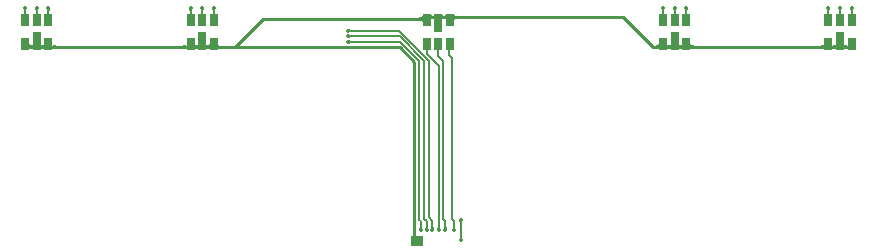
<source format=gtl>
%FSTAX25Y25*%
%MOIN*%
%SFA1B1*%

%IPPOS*%
%ADD10C,0.010000*%
%ADD11R,0.028540X0.039370*%
%ADD12R,0.025590X0.039370*%
%ADD13R,0.025590X0.059060*%
%ADD18C,0.006000*%
%ADD19C,0.005000*%
%ADD20C,0.004000*%
%ADD21C,0.014000*%
%LNgel_flex-1*%
%LPD*%
G36*
X0148095Y0123604D02*
X0148052Y0123531D01*
X0148013Y0123453*
X014798Y0123369*
X0147952Y0123281*
X0147929Y0123188*
X0147912Y012309*
X0147899Y0122988*
X0147891Y012288*
X0147889Y0122767*
X0147289*
X0147286Y012288*
X0147266Y012309*
X0147248Y0123188*
X0147225Y0123281*
X0147197Y0123369*
X0147164Y0123453*
X0147126Y0123531*
X0147082Y0123604*
X0147034Y0123673*
X0148143*
X0148095Y0123604*
G37*
G36*
X0144207D02*
X0144164Y0123531D01*
X0144126Y0123453*
X0144093Y0123369*
X0144064Y0123281*
X0144042Y0123188*
X0144024Y012309*
X0144011Y0122988*
X0144003Y012288*
X0144001Y0122767*
X0143401*
X0143398Y012288*
X0143378Y012309*
X014336Y0123188*
X0143337Y0123281*
X0143309Y0123369*
X0143276Y0123453*
X0143238Y0123531*
X0143194Y0123604*
X0143146Y0123673*
X0144255*
X0144207Y0123604*
G37*
G36*
X0140319D02*
X0140276Y0123531D01*
X0140238Y0123453*
X0140205Y0123369*
X0140177Y0123281*
X0140154Y0123188*
X0140136Y012309*
X0140123Y0122988*
X0140115Y012288*
X0140113Y0122767*
X0139513*
X013951Y012288*
X013949Y012309*
X0139472Y0123188*
X0139449Y0123281*
X0139421Y0123369*
X0139388Y0123453*
X013935Y0123531*
X0139307Y0123604*
X0139258Y0123673*
X0140368*
X0140319Y0123604*
G37*
G36*
X0092977D02*
X0092933Y0123531D01*
X0092895Y0123453*
X0092862Y0123369*
X0092834Y0123281*
X0092811Y0123188*
X0092793Y012309*
X0092781Y0122988*
X0092773Y012288*
X009277Y0122767*
X0092171*
X0092168Y012288*
X0092148Y012309*
X009213Y0123188*
X0092107Y0123281*
X0092079Y0123369*
X0092046Y0123453*
X0092007Y0123531*
X0091964Y0123604*
X0091916Y0123673*
X0093025*
X0092977Y0123604*
G37*
G36*
X0089089D02*
X0089046Y0123531D01*
X0089008Y0123453*
X0088974Y0123369*
X0088946Y0123281*
X0088923Y0123188*
X0088906Y012309*
X0088893Y0122988*
X0088885Y012288*
X0088883Y0122767*
X0088283*
X008828Y012288*
X008826Y012309*
X0088242Y0123188*
X0088219Y0123281*
X0088191Y0123369*
X0088158Y0123453*
X008812Y0123531*
X0088076Y0123604*
X0088028Y0123673*
X0089137*
X0089089Y0123604*
G37*
G36*
X0085201D02*
X0085158Y0123531D01*
X008512Y0123453*
X0085087Y0123369*
X0085059Y0123281*
X0085036Y0123188*
X0085018Y012309*
X0085005Y0122988*
X0084997Y012288*
X0084995Y0122767*
X0084395*
X0084392Y012288*
X0084372Y012309*
X0084354Y0123188*
X0084331Y0123281*
X0084303Y0123369*
X008427Y0123453*
X0084232Y0123531*
X0084189Y0123604*
X008414Y0123673*
X008525*
X0085201Y0123604*
G37*
G36*
X-0064511D02*
X-0064554Y0123531D01*
X-0064592Y0123453*
X-0064625Y0123369*
X-0064653Y0123281*
X-0064676Y0123188*
X-0064694Y012309*
X-0064707Y0122988*
X-0064714Y012288*
X-0064717Y0122767*
X-0065317*
X-006532Y012288*
X-006534Y012309*
X-0065358Y0123188*
X-0065381Y0123281*
X-0065409Y0123369*
X-0065442Y0123453*
X-006548Y0123531*
X-0065523Y0123604*
X-0065572Y0123673*
X-0064462*
X-0064511Y0123604*
G37*
G36*
X-0068343Y0123673D02*
X-0068391Y0123604D01*
X-0068435Y0123531*
X-0068473Y0123452*
X-0068506Y0123369*
X-0068534Y0123281*
X-0068557Y0123188*
X-0068575Y012309*
X-0068587Y0122988*
X-0068595Y012288*
X-0068598Y0122767*
X-0069198Y0122768*
X-00692Y012288*
X-0069221Y012309*
X-0069238Y0123188*
X-0069261Y0123281*
X-0069289Y0123369*
X-0069322Y0123453*
X-0069361Y0123531*
X-0069404Y0123604*
X-0069452Y0123673*
X-0068343*
G37*
G36*
X-0072279Y0123604D02*
X-0072322Y0123531D01*
X-0072361Y0123453*
X-0072394Y0123369*
X-0072422Y0123281*
X-0072445Y0123188*
X-0072462Y012309*
X-0072475Y0122988*
X-0072483Y012288*
X-0072485Y0122767*
X-0073085*
X-0073088Y012288*
X-0073108Y012309*
X-0073126Y0123188*
X-0073149Y0123281*
X-0073177Y0123369*
X-007321Y0123453*
X-0073248Y0123531*
X-0073292Y0123604*
X-007334Y0123673*
X-0072231*
X-0072279Y0123604*
G37*
G36*
X-0119622D02*
X-0119665Y0123531D01*
X-0119703Y0123453*
X-0119736Y0123369*
X-0119764Y0123281*
X-0119787Y0123188*
X-0119805Y012309*
X-0119818Y0122988*
X-0119825Y012288*
X-0119828Y0122767*
X-0120428*
X-0120431Y012288*
X-0120451Y012309*
X-0120469Y0123188*
X-0120492Y0123281*
X-012052Y0123369*
X-0120553Y0123453*
X-0120591Y0123531*
X-0120634Y0123604*
X-0120683Y0123673*
X-0119573*
X-0119622Y0123604*
G37*
G36*
X-012351D02*
X-0123553Y0123531D01*
X-0123591Y0123453*
X-0123624Y0123369*
X-0123652Y0123281*
X-0123675Y0123188*
X-0123693Y012309*
X-0123706Y0122988*
X-0123713Y012288*
X-0123716Y0122767*
X-0124316*
X-0124318Y012288*
X-0124339Y012309*
X-0124356Y0123188*
X-0124379Y0123281*
X-0124407Y0123369*
X-0124441Y0123453*
X-0124479Y0123531*
X-0124522Y0123604*
X-012457Y0123673*
X-0123461*
X-012351Y0123604*
G37*
G36*
X-0127425Y0123628D02*
X-0127463Y0123558D01*
X-0127496Y0123483*
X-0127524Y0123401*
X-0127549Y0123314*
X-0127568Y0123221*
X-0127584Y0123123*
X-0127601Y0122909*
X-0127603Y0122793*
X-0128203Y0122747*
X-0128206Y0122856*
X-0128215Y0122961*
X-0128229Y0123063*
X-012825Y012316*
X-0128276Y0123253*
X-0128307Y0123341*
X-0128345Y0123426*
X-0128388Y0123506*
X-0128437Y0123582*
X-0128492Y0123654*
X-0127383Y0123693*
X-0127425Y0123628*
G37*
G36*
X0147892Y0122424D02*
X0147901Y0122322D01*
X0147916Y0122232*
X0147937Y0122154*
X0147964Y0122088*
X0147997Y0122034*
X0148036Y0121992*
X0148081Y0121962*
X0148132Y0121944*
X0148189Y0121938*
X0146989*
X0147046Y0121944*
X0147097Y0121962*
X0147142Y0121992*
X0147181Y0122034*
X0147214Y0122088*
X0147241Y0122154*
X0147262Y0122232*
X0147277Y0122322*
X0147286Y0122424*
X0147289Y0122538*
X0147889*
X0147892Y0122424*
G37*
G36*
X0144004D02*
X0144013Y0122322D01*
X0144028Y0122232*
X0144049Y0122154*
X0144076Y0122088*
X0144109Y0122034*
X0144148Y0121992*
X0144193Y0121962*
X0144244Y0121944*
X0144301Y0121938*
X0143101*
X0143158Y0121944*
X0143209Y0121962*
X0143254Y0121992*
X0143293Y0122034*
X0143326Y0122088*
X0143353Y0122154*
X0143374Y0122232*
X0143389Y0122322*
X0143398Y0122424*
X0143401Y0122538*
X0144001*
X0144004Y0122424*
G37*
G36*
X0140116D02*
X0140125Y0122322D01*
X014014Y0122232*
X0140161Y0122154*
X0140188Y0122088*
X0140221Y0122034*
X014026Y0121992*
X0140305Y0121962*
X0140356Y0121944*
X0140413Y0121938*
X0139213*
X013927Y0121944*
X0139321Y0121962*
X0139366Y0121992*
X0139405Y0122034*
X0139438Y0122088*
X0139465Y0122154*
X0139486Y0122232*
X0139501Y0122322*
X013951Y0122424*
X0139513Y0122538*
X0140113*
X0140116Y0122424*
G37*
G36*
X0092773Y0122423D02*
X0092782Y0122321D01*
X0092797Y0122231*
X0092818Y0122153*
X0092845Y0122087*
X0092879Y0122033*
X0092918Y0121991*
X0092962Y0121961*
X0093014Y0121943*
X0093071Y0121937*
X009187*
X0091927Y0121943*
X0091979Y0121961*
X0092023Y0121991*
X0092062Y0122033*
X0092096Y0122087*
X0092123Y0122153*
X0092143Y0122231*
X0092159Y0122321*
X0092168Y0122423*
X0092171Y0122537*
X009277*
X0092773Y0122423*
G37*
G36*
X0088886D02*
X0088895Y0122321D01*
X008891Y0122231*
X0088931Y0122153*
X0088958Y0122087*
X0088991Y0122033*
X008903Y0121991*
X0089075Y0121961*
X0089126Y0121943*
X0089183Y0121937*
X0087983*
X008804Y0121943*
X0088091Y0121961*
X0088136Y0121991*
X0088175Y0122033*
X0088208Y0122087*
X0088235Y0122153*
X0088256Y0122231*
X0088271Y0122321*
X008828Y0122423*
X0088283Y0122537*
X0088883*
X0088886Y0122423*
G37*
G36*
X0084998D02*
X0085007Y0122321D01*
X0085022Y0122231*
X0085043Y0122153*
X008507Y0122087*
X0085103Y0122033*
X0085142Y0121991*
X0085187Y0121961*
X0085238Y0121943*
X0085295Y0121937*
X0084095*
X0084152Y0121943*
X0084203Y0121961*
X0084248Y0121991*
X0084287Y0122033*
X008432Y0122087*
X0084347Y0122153*
X0084368Y0122231*
X0084383Y0122321*
X0084392Y0122423*
X0084395Y0122537*
X0084995*
X0084998Y0122423*
G37*
G36*
X-0064714D02*
X-0064705Y0122321D01*
X-006469Y0122231*
X-0064669Y0122153*
X-0064642Y0122087*
X-0064609Y0122033*
X-006457Y0121991*
X-0064525Y0121961*
X-0064474Y0121943*
X-0064417Y0121937*
X-0065617*
X-006556Y0121943*
X-0065509Y0121961*
X-0065464Y0121991*
X-0065425Y0122033*
X-0065392Y0122087*
X-0065365Y0122153*
X-0065344Y0122231*
X-0065329Y0122321*
X-006532Y0122423*
X-0065317Y0122537*
X-0064717*
X-0064714Y0122423*
G37*
G36*
X-0068595D02*
X-0068586Y0122321D01*
X-0068571Y0122231*
X-006855Y0122153*
X-0068523Y0122087*
X-006849Y0122033*
X-0068451Y0121991*
X-0068406Y0121961*
X-0068355Y0121943*
X-0068298Y0121937*
X-0069498*
X-0069441Y0121943*
X-006939Y0121961*
X-0069345Y0121991*
X-0069306Y0122033*
X-0069273Y0122087*
X-0069246Y0122153*
X-0069225Y0122231*
X-006921Y0122321*
X-0069201Y0122423*
X-0069198Y0122537*
X-0068598*
X-0068595Y0122423*
G37*
G36*
X-0072482D02*
X-0072473Y0122321D01*
X-0072458Y0122231*
X-0072437Y0122153*
X-007241Y0122087*
X-0072377Y0122033*
X-0072338Y0121991*
X-0072293Y0121961*
X-0072242Y0121943*
X-0072185Y0121937*
X-0073385*
X-0073328Y0121943*
X-0073277Y0121961*
X-0073232Y0121991*
X-0073193Y0122033*
X-007316Y0122087*
X-0073133Y0122153*
X-0073112Y0122231*
X-0073097Y0122321*
X-0073088Y0122423*
X-0073085Y0122537*
X-0072485*
X-0072482Y0122423*
G37*
G36*
X-0119825D02*
X-0119816Y0122321D01*
X-0119801Y0122231*
X-011978Y0122153*
X-0119753Y0122087*
X-011972Y0122033*
X-0119681Y0121991*
X-0119636Y0121961*
X-0119585Y0121943*
X-0119528Y0121937*
X-0120728*
X-0120671Y0121943*
X-012062Y0121961*
X-0120575Y0121991*
X-0120536Y0122033*
X-0120503Y0122087*
X-0120476Y0122153*
X-0120455Y0122231*
X-012044Y0122321*
X-0120431Y0122423*
X-0120428Y0122537*
X-0119828*
X-0119825Y0122423*
G37*
G36*
X-0123713D02*
X-0123704Y0122321D01*
X-0123689Y0122231*
X-0123668Y0122153*
X-0123641Y0122087*
X-0123608Y0122033*
X-0123569Y0121991*
X-0123524Y0121961*
X-0123473Y0121943*
X-0123416Y0121937*
X-0124616*
X-0124559Y0121943*
X-0124508Y0121961*
X-0124463Y0121991*
X-0124424Y0122033*
X-0124391Y0122087*
X-0124364Y0122153*
X-0124343Y0122231*
X-0124328Y0122321*
X-0124319Y0122423*
X-0124316Y0122537*
X-0123716*
X-0123713Y0122423*
G37*
G36*
X-0127601D02*
X-0127592Y0122321D01*
X-0127576Y0122231*
X-0127556Y0122153*
X-0127529Y0122087*
X-0127496Y0122033*
X-0127456Y0121991*
X-0127412Y0121961*
X-012736Y0121943*
X-0127304Y0121937*
X-0128504*
X-0128447Y0121943*
X-0128396Y0121961*
X-012835Y0121991*
X-0128312Y0122033*
X-0128279Y0122087*
X-0128252Y0122153*
X-0128231Y0122231*
X-0128216Y0122321*
X-0128207Y0122423*
X-0128203Y0122537*
X-0127603*
X-0127601Y0122423*
G37*
G36*
X0012327Y0119965D02*
X0012316Y012006D01*
X0012286Y0120145*
X0012235Y012022*
X0012164Y0120285*
X0012073Y012034*
X0011961Y0120385*
X001183Y012042*
X0011713Y0120439*
X0011595Y012042*
X0011464Y0120385*
X0011353Y012034*
X0011261Y0120285*
X001119Y012022*
X001114Y0120145*
X0011109Y012006*
X0011098Y0119965*
X001111Y0121937*
X001112Y0121847*
X001115Y0121767*
X00112Y0121696*
X001127Y0121635*
X001136Y0121583*
X001147Y012154*
X00116Y0121507*
X0011713Y0121489*
X0011825Y0121507*
X0011955Y012154*
X0012065Y0121583*
X0012155Y0121635*
X0012225Y0121696*
X0012275Y0121767*
X0012305Y0121847*
X0012315Y0121937*
X0012327Y0119965*
G37*
G36*
X0008587D02*
X0008576Y012006D01*
X0008546Y0120145*
X0008495Y012022*
X0008424Y0120285*
X0008332Y012034*
X0008221Y0120385*
X000809Y012042*
X0007972Y0120439*
X0007855Y012042*
X0007724Y0120385*
X0007612Y012034*
X0007521Y0120285*
X000745Y012022*
X0007399Y0120145*
X0007369Y012006*
X0007358Y0119965*
X000737Y0121937*
X000738Y0121847*
X000741Y0121767*
X000746Y0121696*
X000753Y0121635*
X000762Y0121583*
X000773Y012154*
X000786Y0121507*
X0007972Y0121489*
X0008085Y0121507*
X0008215Y012154*
X0008325Y0121583*
X0008415Y0121635*
X0008485Y0121696*
X0008535Y0121767*
X0008565Y0121847*
X0008575Y0121937*
X0008587Y0119965*
G37*
G36*
X0015156Y0121847D02*
X0015186Y0121767D01*
X0015236Y0121696*
X0015305Y0121635*
X0015395Y0121583*
X0015506Y012154*
X0015635Y0121507*
X0015786Y0121484*
X0015956Y0121469*
X0016146Y0121465*
Y0120465*
X0015954Y012046*
X0015782Y0120445*
X0015631Y012042*
X0015499Y0120385*
X0015388Y012034*
X0015297Y0120285*
X0015226Y012022*
X0015175Y0120145*
X0015144Y012006*
X0015134Y0119965*
X0015146Y0121937*
X0015156Y0121847*
G37*
G36*
X0004552Y0119472D02*
X0004541Y0119567D01*
X0004511Y0119652*
X0004461Y0119727*
X000439Y0119792*
X0004299Y0119847*
X0004187Y0119892*
X0004056Y0119927*
X0003904Y0119952*
X0003732Y0119967*
X000354Y0119972*
Y0120972*
X0003732Y0120977*
X0003904Y0120992*
X0004056Y0121017*
X0004187Y0121052*
X0004299Y0121097*
X000439Y0121152*
X0004461Y0121217*
X0004511Y0121292*
X0004541Y0121377*
X0004552Y0121472*
Y0119472*
G37*
G36*
X-0019781Y0116943D02*
X-0019707Y01169D01*
X-0019629Y0116862*
X-0019546Y0116829*
X-0019458Y0116801*
X-0019365Y0116778*
X-0019267Y011676*
X-0019164Y0116747*
X-0019057Y011674*
X-0018944Y0116737*
Y0116137*
X-0019057Y0116135*
X-0019267Y0116114*
X-0019365Y0116096*
X-0019458Y0116073*
X-0019546Y0116045*
X-0019629Y0116012*
X-0019707Y0115974*
X-0019781Y0115931*
X-001985Y0115882*
Y0116992*
X-0019781Y0116943*
G37*
G36*
Y0115079D02*
X-0019707Y0115035D01*
X-0019629Y0114997*
X-0019546Y0114964*
X-0019458Y0114936*
X-0019365Y0114913*
X-0019267Y0114895*
X-0019164Y0114883*
X-0019057Y0114875*
X-0018944Y0114873*
Y0114272*
X-0019057Y011427*
X-0019267Y011425*
X-0019365Y0114232*
X-0019458Y0114209*
X-0019546Y0114181*
X-0019629Y0114148*
X-0019707Y011411*
X-0019781Y0114066*
X-001985Y0114018*
Y0115127*
X-0019781Y0115079*
G37*
G36*
Y0113209D02*
X-0019707Y0113165D01*
X-0019629Y0113127*
X-0019546Y0113094*
X-0019458Y0113066*
X-0019365Y0113043*
X-0019267Y0113025*
X-0019164Y0113013*
X-0019057Y0113005*
X-0018944Y0113002*
Y0112402*
X-0019057Y01124*
X-0019267Y0112379*
X-0019365Y0112362*
X-0019458Y0112339*
X-0019546Y0112311*
X-0019629Y0112278*
X-0019707Y0112239*
X-0019781Y0112196*
X-001985Y0112148*
Y0113257*
X-0019781Y0113209*
G37*
G36*
X0142433Y0110151D02*
X0142423Y011024D01*
X0142393Y0110321*
X0142343Y0110391*
X0142273Y0110453*
X0142183Y0110505*
X0142073Y0110547*
X0141943Y011058*
X0141831Y0110598*
X0141718Y011058*
X0141588Y0110547*
X0141478Y0110505*
X0141388Y0110453*
X0141318Y0110391*
X0141268Y0110321*
X0141238Y011024*
X0141228Y0110151*
X0141216Y0112123*
X0141227Y0112028*
X0141258Y0111943*
X0141308Y0111868*
X0141379Y0111803*
X0141471Y0111748*
X0141582Y0111703*
X0141713Y0111668*
X0141831Y0111649*
X0141948Y0111668*
X0142079Y0111703*
X0142191Y0111748*
X0142282Y0111803*
X0142353Y0111868*
X0142404Y0111943*
X0142435Y0112028*
X0142445Y0112123*
X0142433Y0110151*
G37*
G36*
X0146173D02*
X0146163Y011024D01*
X0146133Y0110321*
X0146083Y0110391*
X0146013Y0110453*
X0145923Y0110505*
X0145813Y0110547*
X0145683Y011058*
X0145571Y0110598*
X0145458Y011058*
X0145328Y0110547*
X0145218Y0110505*
X0145128Y0110453*
X0145058Y0110391*
X0145008Y0110321*
X0144978Y011024*
X0144968Y0110151*
X0144956Y0112123*
X0144967Y0112028*
X0144998Y0111943*
X0145049Y0111868*
X014512Y0111803*
X0145211Y0111748*
X0145322Y0111703*
X0145454Y0111668*
X0145571Y0111649*
X0145688Y0111668*
X014582Y0111703*
X0145931Y0111748*
X0146022Y0111803*
X0146093Y0111868*
X0146144Y0111943*
X0146175Y0112028*
X0146185Y0112123*
X0146173Y0110151*
G37*
G36*
X0087315Y011015D02*
X0087305Y011024D01*
X0087275Y011032*
X0087225Y0110391*
X0087155Y0110452*
X0087065Y0110504*
X0086955Y0110547*
X0086825Y011058*
X0086713Y0110597*
X00866Y011058*
X008647Y0110547*
X008636Y0110504*
X008627Y0110452*
X00862Y0110391*
X008615Y011032*
X008612Y011024*
X008611Y011015*
X0086098Y0112122*
X0086109Y0112027*
X008614Y0111942*
X008619Y0111867*
X0086261Y0111802*
X0086353Y0111747*
X0086464Y0111702*
X0086595Y0111667*
X0086713Y0111648*
X008683Y0111667*
X0086961Y0111702*
X0087073Y0111747*
X0087164Y0111802*
X0087235Y0111867*
X0087286Y0111942*
X0087317Y0112027*
X0087327Y0112122*
X0087315Y011015*
G37*
G36*
X-0070165D02*
X-0070175Y011024D01*
X-0070205Y011032*
X-0070255Y0110391*
X-0070325Y0110452*
X-0070415Y0110504*
X-0070525Y0110547*
X-0070655Y011058*
X-0070768Y0110597*
X-007088Y011058*
X-007101Y0110547*
X-007112Y0110504*
X-007121Y0110452*
X-007128Y0110391*
X-007133Y011032*
X-007136Y011024*
X-007137Y011015*
X-0071382Y0112122*
X-0071372Y0112027*
X-0071341Y0111942*
X-007129Y0111867*
X-0071219Y0111802*
X-0071128Y0111747*
X-0071017Y0111702*
X-0070885Y0111667*
X-0070768Y0111648*
X-007065Y0111667*
X-0070519Y0111702*
X-0070408Y0111747*
X-0070317Y0111802*
X-0070245Y0111867*
X-0070195Y0111942*
X-0070164Y0112027*
X-0070153Y0112122*
X-0070165Y011015*
G37*
G36*
X-0125283D02*
X-0125293Y011024D01*
X-0125323Y011032*
X-0125373Y0110391*
X-0125443Y0110452*
X-0125533Y0110504*
X-0125643Y0110547*
X-0125773Y011058*
X-0125886Y0110597*
X-0125998Y011058*
X-0126128Y0110547*
X-0126238Y0110504*
X-0126328Y0110452*
X-0126398Y0110391*
X-0126448Y011032*
X-0126478Y011024*
X-0126488Y011015*
X-01265Y0112122*
X-012649Y0112027*
X-0126459Y0111942*
X-0126408Y0111867*
X-0126337Y0111802*
X-0126246Y0111747*
X-0126135Y0111702*
X-0126003Y0111667*
X-0125886Y0111648*
X-0125768Y0111667*
X-0125637Y0111702*
X-0125526Y0111747*
X-0125435Y0111802*
X-0125364Y0111867*
X-0125313Y0111942*
X-0125282Y0112027*
X-0125271Y0112122*
X-0125283Y011015*
G37*
G36*
X0091055D02*
X0091045Y011024D01*
X0091015Y011032*
X0090965Y0110391*
X0090895Y0110452*
X0090805Y0110504*
X0090695Y0110547*
X0090565Y011058*
X0090453Y0110597*
X009034Y011058*
X009021Y0110547*
X00901Y0110504*
X009001Y0110452*
X008994Y0110391*
X008989Y011032*
X008986Y011024*
X008985Y011015*
X0089838Y0112122*
X0089849Y0112027*
X008988Y0111942*
X0089931Y0111867*
X0090002Y0111802*
X0090093Y0111747*
X0090204Y0111702*
X0090335Y0111667*
X0090453Y0111648*
X009057Y0111667*
X0090702Y0111702*
X0090813Y0111747*
X0090904Y0111802*
X0090975Y0111867*
X0091026Y0111942*
X0091057Y0112027*
X0091067Y0112122*
X0091055Y011015*
G37*
G36*
X-0066425D02*
X-0066435Y011024D01*
X-0066465Y011032*
X-0066515Y0110391*
X-0066585Y0110452*
X-0066675Y0110504*
X-0066785Y0110547*
X-0066915Y011058*
X-0067028Y0110597*
X-006714Y011058*
X-006727Y0110547*
X-006738Y0110504*
X-006747Y0110452*
X-006754Y0110391*
X-006759Y011032*
X-006762Y011024*
X-006763Y011015*
X-0067642Y0112122*
X-0067631Y0112027*
X-0067601Y0111942*
X-006755Y0111867*
X-0067479Y0111802*
X-0067388Y0111747*
X-0067276Y0111702*
X-0067145Y0111667*
X-0067028Y0111648*
X-006691Y0111667*
X-0066779Y0111702*
X-0066667Y0111747*
X-0066576Y0111802*
X-0066505Y0111867*
X-0066454Y0111942*
X-0066424Y0112027*
X-0066413Y0112122*
X-0066425Y011015*
G37*
G36*
X-0121543D02*
X-0121553Y011024D01*
X-0121583Y011032*
X-0121633Y0110391*
X-0121703Y0110452*
X-0121793Y0110504*
X-0121903Y0110547*
X-0122033Y011058*
X-0122146Y0110597*
X-0122258Y011058*
X-0122388Y0110547*
X-0122498Y0110504*
X-0122588Y0110452*
X-0122658Y0110391*
X-0122708Y011032*
X-0122738Y011024*
X-0122748Y011015*
X-012276Y0112122*
X-012275Y0112027*
X-0122719Y0111942*
X-0122668Y0111867*
X-0122597Y0111802*
X-0122506Y0111747*
X-0122395Y0111702*
X-0122263Y0111667*
X-0122146Y0111648*
X-0122028Y0111667*
X-0121897Y0111702*
X-0121786Y0111747*
X-0121695Y0111802*
X-0121624Y0111867*
X-0121573Y0111942*
X-0121542Y0112027*
X-0121531Y0112122*
X-0121543Y011015*
G37*
G36*
X0013583Y0111347D02*
X0013593Y0111342D01*
X0013604Y0111337*
X0013617Y0111333*
X0013632Y011133*
X0013648Y0111327*
X0013686Y0111323*
X0013707Y0111322*
X001373*
Y0110922*
X0013707*
X0013648Y0110917*
X0013632Y0110914*
X0013617Y0110911*
X0013604Y0110907*
X0013593Y0110903*
X0013583Y0110897*
X0013575Y0110892*
Y0111353*
X0013583Y0111347*
G37*
G36*
X0138398Y0110151D02*
X0138388Y011024D01*
X0138358Y0110321*
X0138308Y0110391*
X0138238Y0110453*
X0138148Y0110505*
X0138038Y0110547*
X0137908Y011058*
X0137758Y0110604*
X0137588Y0110618*
X0137398Y0110623*
Y0111623*
X013759Y0111628*
X0137761Y0111643*
X0137913Y0111668*
X0138044Y0111703*
X0138155Y0111748*
X0138247Y0111803*
X0138318Y0111868*
X0138368Y0111943*
X0138399Y0112028*
X013841Y0112123*
X0138398Y0110151*
G37*
G36*
X0093884Y0112028D02*
X0093915Y0111943D01*
X0093966Y0111868*
X0094037Y0111803*
X0094128Y0111748*
X0094239Y0111703*
X0094371Y0111668*
X0094522Y0111643*
X0094694Y0111628*
X0094886Y0111623*
Y0110623*
X0094696Y0110618*
X0094526Y0110604*
X0094376Y011058*
X0094246Y0110547*
X0094136Y0110505*
X0094046Y0110453*
X0093976Y0110391*
X0093926Y011032*
X0093896Y011024*
X0093886Y011015*
X0093874Y0112123*
X0093884Y0112028*
G37*
G36*
X008328Y011015D02*
X008327Y011024D01*
X008324Y011032*
X008319Y0110391*
X008312Y0110452*
X008303Y0110504*
X008292Y0110547*
X008279Y011058*
X008264Y0110603*
X008247Y0110617*
X008228Y0110622*
Y0111622*
X0082472Y0111627*
X0082643Y0111642*
X0082795Y0111667*
X0082926Y0111702*
X0083037Y0111747*
X0083128Y0111802*
X0083199Y0111867*
X008325Y0111942*
X0083281Y0112027*
X0083292Y0112122*
X008328Y011015*
G37*
G36*
X-0063596Y0111864D02*
X-0063565Y0111779D01*
X-0063514Y0111704*
X-0063443Y0111639*
X-0063352Y0111584*
X-0063241Y0111539*
X-0063109Y0111504*
X-0062958Y0111479*
X-0062786Y0111464*
X-0062595Y0111459*
Y0110459*
X-0062785Y0110456*
X-0063105Y0110431*
X-0063235Y0110409*
X-0063345Y0110381*
X-0063435Y0110347*
X-0063505Y0110307*
X-0063555Y0110261*
X-0063585Y0110208*
X-0063595Y011015*
X-0063607Y0111959*
X-0063596Y0111864*
G37*
G36*
X-0074201Y011015D02*
X-0074211Y011024D01*
X-0074241Y011032*
X-0074291Y0110391*
X-0074361Y0110452*
X-0074451Y0110504*
X-0074561Y0110547*
X-0074691Y011058*
X-0074841Y0110603*
X-0075011Y0110617*
X-0075201Y0110622*
Y0111622*
X-0075009Y0111627*
X-0074837Y0111642*
X-0074686Y0111667*
X-0074554Y0111702*
X-0074443Y0111747*
X-0074352Y0111802*
X-0074281Y0111867*
X-007423Y0111942*
X-0074199Y0112027*
X-0074189Y0112122*
X-0074201Y011015*
G37*
G36*
X-0118714Y0112027D02*
X-0118683Y0111942D01*
X-0118632Y0111867*
X-0118561Y0111802*
X-011847Y0111747*
X-0118359Y0111702*
X-0118228Y0111667*
X-0118076Y0111642*
X-0117904Y0111627*
X-0117713Y0111622*
Y0110622*
X-0117903Y0110617*
X-0118073Y0110603*
X-0118223Y011058*
X-0118353Y0110547*
X-0118463Y0110504*
X-0118553Y0110452*
X-0118623Y0110391*
X-0118673Y011032*
X-0118703Y011024*
X-0118713Y011015*
X-0118725Y0112122*
X-0118714Y0112027*
G37*
G36*
X0013926Y0110144D02*
X0013875Y0110126D01*
X001383Y0110096*
X0013791Y0110054*
X0013758Y011*
X0013731Y0109934*
X001371Y0109856*
X0013695Y0109766*
X0013686Y0109664*
X0013683Y010955*
X0013083*
X001308Y0109664*
X0013071Y0109766*
X0013056Y0109856*
X0013035Y0109934*
X0013008Y011*
X0012975Y0110054*
X0012936Y0110096*
X0012891Y0110126*
X001284Y0110144*
X0012783Y011015*
X0013983*
X0013926Y0110144*
G37*
G36*
X0010385D02*
X0010334Y0110126D01*
X0010289Y0110096*
X001025Y0110054*
X0010217Y011*
X0010191Y0109934*
X001017Y0109856*
X0010154Y0109766*
X0010146Y0109664*
X0010142Y010955*
X0009543*
X0009539Y0109664*
X0009531Y0109766*
X0009516Y0109856*
X0009494Y0109934*
X0009467Y011*
X0009435Y0110054*
X0009396Y0110096*
X0009351Y0110126*
X00093Y0110144*
X0009243Y011015*
X0010442*
X0010385Y0110144*
G37*
G36*
X0006498D02*
X0006447Y0110126D01*
X0006402Y0110096*
X0006363Y0110054*
X000633Y011*
X0006303Y0109934*
X0006282Y0109856*
X0006267Y0109766*
X0006258Y0109664*
X0006255Y010955*
X0005655*
X0005652Y0109664*
X0005643Y0109766*
X0005628Y0109856*
X0005607Y0109934*
X000558Y011*
X0005547Y0110054*
X0005508Y0110096*
X0005463Y0110126*
X0005412Y0110144*
X0005355Y011015*
X0006555*
X0006498Y0110144*
G37*
G36*
X0017829Y0052949D02*
X0017786Y0052876D01*
X0017748Y0052797*
X0017715Y0052714*
X0017686Y0052626*
X0017664Y0052533*
X0017646Y0052435*
X0017633Y0052333*
X0017625Y0052225*
X0017623Y0052112*
X0017023*
X001702Y0052225*
X0017Y0052435*
X0016982Y0052533*
X0016959Y0052626*
X0016931Y0052714*
X0016898Y0052797*
X001686Y0052876*
X0016816Y0052949*
X0016768Y0053018*
X0017877*
X0017829Y0052949*
G37*
G36*
X0006307Y0051222D02*
X0006327Y0051012D01*
X0006345Y0050914*
X0006368Y0050821*
X0006396Y0050733*
X0006429Y005065*
X0006467Y0050572*
X000651Y0050498*
X0006559Y0050429*
X0005449*
X0005498Y0050498*
X0005541Y0050572*
X0005579Y005065*
X0005613Y0050733*
X0005641Y0050821*
X0005663Y0050914*
X0005681Y0051012*
X0005694Y0051115*
X0005702Y0051222*
X0005704Y0051335*
X0006304*
X0006307Y0051222*
G37*
G36*
X0015362Y005122D02*
X0015382Y005101D01*
X00154Y0050912*
X0015423Y0050819*
X0015451Y0050731*
X0015484Y0050647*
X0015522Y0050569*
X0015565Y0050496*
X0015614Y0050427*
X0014504*
X0014553Y0050496*
X0014596Y0050569*
X0014634Y0050647*
X0014667Y0050731*
X0014695Y0050819*
X0014718Y0050912*
X0014736Y005101*
X0014749Y0051112*
X0014757Y005122*
X0014759Y0051332*
X0015359*
X0015362Y005122*
G37*
G36*
X0012507D02*
X0012528Y005101D01*
X0012546Y0050912*
X0012568Y0050819*
X0012596Y0050731*
X001263Y0050647*
X0012668Y0050569*
X0012711Y0050496*
X0012759Y0050427*
X001165*
X0011698Y0050496*
X0011742Y0050569*
X001178Y0050647*
X0011813Y0050731*
X0011841Y0050819*
X0011864Y0050912*
X0011882Y005101*
X0011895Y0051112*
X0011902Y005122*
X0011905Y0051332*
X0012505*
X0012507Y005122*
G37*
G36*
X0010244D02*
X0010264Y005101D01*
X0010282Y0050912*
X0010305Y0050819*
X0010333Y0050731*
X0010366Y0050647*
X0010404Y0050569*
X0010447Y0050496*
X0010496Y0050427*
X0009386*
X0009435Y0050496*
X0009478Y0050569*
X0009516Y0050647*
X0009549Y0050731*
X0009577Y0050819*
X00096Y0050912*
X0009618Y005101*
X0009631Y0051112*
X0009638Y005122*
X0009641Y0051332*
X0010241*
X0010244Y005122*
G37*
G36*
X0008177D02*
X0008197Y005101D01*
X0008215Y0050912*
X0008238Y0050819*
X0008266Y0050731*
X0008299Y0050647*
X0008337Y0050569*
X000838Y0050496*
X0008429Y0050427*
X0007319*
X0007368Y0050496*
X0007411Y0050569*
X0007449Y0050647*
X0007482Y0050731*
X000751Y0050819*
X0007533Y0050912*
X0007551Y005101*
X0007564Y0051112*
X0007571Y005122*
X0007574Y0051332*
X0008174*
X0008177Y005122*
G37*
G36*
X000424D02*
X000426Y005101D01*
X0004278Y0050912*
X0004301Y0050819*
X0004329Y0050731*
X0004362Y0050647*
X00044Y0050569*
X0004443Y0050496*
X0004492Y0050427*
X0003382*
X0003431Y0050496*
X0003474Y0050569*
X0003512Y0050647*
X0003545Y0050731*
X0003573Y0050819*
X0003596Y0050912*
X0003614Y005101*
X0003627Y0051112*
X0003635Y005122*
X0003637Y0051332*
X0004237*
X000424Y005122*
G37*
G36*
X0002272Y0048112D02*
X0002283Y0047933D01*
X0004829*
X000479Y0044685*
X0000787*
X0000591Y0044882*
Y0047933*
X0001267*
X0001272Y0048244*
X0002272*
Y0048112*
G37*
G36*
X0017626Y0048065D02*
X0017636Y0047962D01*
X0017652Y0047862*
X0017674Y0047766*
X0017703Y0047674*
X0017739Y0047585*
X0017781Y00475*
X0017829Y0047418*
X0017884Y004734*
X0017945Y0047266*
X0016838Y0047188*
X0016873Y0047247*
X0016904Y0047313*
X0016932Y0047385*
X0016956Y0047464*
X0016977Y004755*
X0016993Y0047642*
X0017015Y0047846*
X0017021Y0047958*
X0017023Y0048077*
X0017623Y0048171*
X0017626Y0048065*
G37*
G54D10*
X-0064846Y0110959D02*
X-0003083D01*
X-0058071Y0111024D02*
X-0048622Y0120472D01*
X0005463*
X0081299Y0111122D02*
X0084695D01*
X0071457Y0120965D02*
X0081299Y0111122D01*
X001373Y0120965D02*
X0071457D01*
X-006501Y0111122D02*
X-0064846Y0110959D01*
X-0003083D02*
X0001772Y0106104D01*
Y0047054D02*
Y0106104D01*
X0092471Y0111122D02*
Y0111123D01*
X0139813*
X0142921*
X0143701Y0111902*
Y0112107*
Y0111902D02*
X014448Y0111123D01*
X0147589*
X0088583Y0111902D02*
X0089362Y0111122D01*
X0092471*
X0088583Y0111902D02*
Y0112106D01*
X0087803Y0111122D02*
X0088583Y0111902D01*
X0084695Y0111122D02*
X0087803D01*
X0009843Y011998D02*
Y0120185D01*
X0010622Y0120965*
X001373*
X0009063D02*
X0009843Y0120185D01*
X0005955Y0120965D02*
X0009063D01*
X0005463Y0120472D02*
X0005955Y0120965D01*
X-0068118Y0111122D02*
X-006501D01*
X-0068898Y0111902D02*
X-0068118Y0111122D01*
X-0068898Y0111902D02*
Y0112106D01*
X-0069677Y0111122D02*
X-0068898Y0111902D01*
X-0072785Y0111122D02*
X-0069677D01*
X-0120128D02*
X-0072785D01*
X-0124016Y0111902D02*
Y0112106D01*
Y0111902D02*
X-0123236Y0111122D01*
X-0120128*
X-0124795D02*
X-0124016Y0111902D01*
X-0127903Y0111122D02*
X-0124795D01*
G54D11*
X-006501Y011998D03*
X-0072785D03*
X-006501Y0112106D03*
X-0072785D03*
X0092471Y011998D03*
X0084695D03*
X0092471Y0112106D03*
X0084695D03*
X0147589Y0119981D03*
X0139813D03*
X0147589Y0112107D03*
X0139813D03*
X0005955Y0112106D03*
X001373D03*
X0005955Y011998D03*
X001373D03*
X-0120128D03*
X-0127903D03*
X-0120128Y0112106D03*
X-0127903D03*
G54D12*
X-0068898Y011998D03*
X0088583D03*
X0143701Y0119981D03*
X0009843Y0112106D03*
X-0124016Y011998D03*
G54D13*
X-0068898Y0113091D03*
X0088583D03*
X0143701D03*
X0009843Y0118996D03*
X-0124016Y0113091D03*
G54D18*
X0003347Y0053445D02*
Y010639D01*
X-0002966Y0112702D02*
X0003347Y010639D01*
X-0020277Y0112702D02*
X-0002966D01*
X-0003347Y0116437D02*
X0006693Y0106398D01*
X-0020277Y0116437D02*
X-0003347D01*
X0006693Y0054232D02*
Y0106398D01*
X-0020277Y0114573D02*
X-0003024D01*
X0003937Y005D02*
Y0052854D01*
X0003347Y0053445D02*
X0003937Y0052854D01*
X0017323Y00469D02*
Y0053445D01*
Y00469D02*
X0017421Y0046801D01*
X0015059Y005D02*
Y0052953D01*
X0014469Y0053543D02*
X0015059Y0052953D01*
X0014469Y0053543D02*
Y0107185D01*
X0007874Y005D02*
Y0053051D01*
X0006693Y0054232D02*
X0007874Y0053051D01*
X0012205Y005D02*
Y0053051D01*
X0011516Y005374D02*
X0012205Y0053051D01*
X0011516Y005374D02*
Y0106496D01*
X0006004Y0050002D02*
Y0052903D01*
X0005118Y0053789D02*
X0006004Y0052903D01*
X0005118Y0053789D02*
Y010643D01*
X0013383Y0108271D02*
X0014469Y0107185D01*
X0009843Y0108169D02*
X0011516Y0106496D01*
X-0003024Y0114573D02*
X0005118Y010643D01*
X-0068898Y0120965D02*
Y01244D01*
X0147589Y0120965D02*
Y01241D01*
X0143701Y0120965D02*
Y01241D01*
X0139813Y0120965D02*
Y01241D01*
X0092471Y0120965D02*
Y01241D01*
X0088583Y0120965D02*
Y01241D01*
X0084695Y0120965D02*
Y01241D01*
X-0120128Y0120965D02*
Y01241D01*
X-0124016Y0120965D02*
Y01241D01*
X-0127953D02*
X-0127903Y0124051D01*
Y0120965D02*
Y0124051D01*
X-0072785Y01241D02*
Y0124252D01*
Y0120965D02*
Y01241D01*
X-0065017Y0120972D02*
Y01241D01*
X-0068898Y01244D02*
D01*
X-0065017Y0120972D02*
X-006501Y0120965D01*
X0013383Y0108271D02*
Y0111122D01*
X0009941Y005D02*
Y0104724D01*
X0005955Y0108711D02*
X0009941Y0104724D01*
X0005955Y0108711D02*
Y0111122D01*
X0009843Y0108169D02*
Y0111122D01*
G54D19*
X-0120128Y0120965D02*
X-0119221Y0120058D01*
G54D20*
X0013383Y0111122D02*
X001373D01*
G54D21*
X0017323Y0053445D03*
X0007874Y005D03*
X0006004Y0050002D03*
X0001772Y0047054D03*
Y0045571D03*
X-0020277Y0114573D03*
Y0116437D03*
Y0112702D03*
X0147589Y01241D03*
X0143701D03*
X0139813D03*
X0092471D03*
X0088583D03*
X0084695D03*
X-0127953D03*
X-0120128D03*
X-0124016D03*
X-0065017D03*
X-0072785D03*
X-0068898D03*
X0009941Y005D03*
X0003937D03*
X0017421Y0046801D03*
X0012205Y005D03*
X0015059D03*
M02*
</source>
